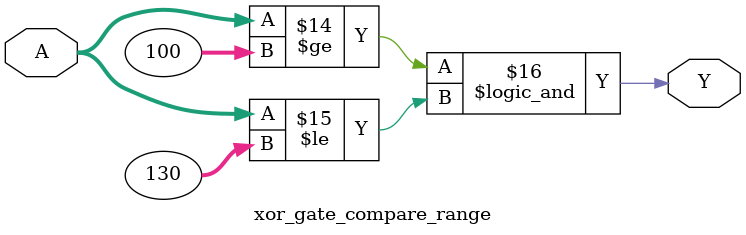
<source format=v>

module xor_gate_compare_range
(
  input [7:0] A,
  output Y
);

  reg [7:0] values [3:0];
  reg Y;

  initial begin
    values[0] = 100;
    values[1] = 110;
    values[2] = 120;
    values[3] = 130;
    Y = (A >= 100) && (A <= 130);
  end


endmodule

</source>
